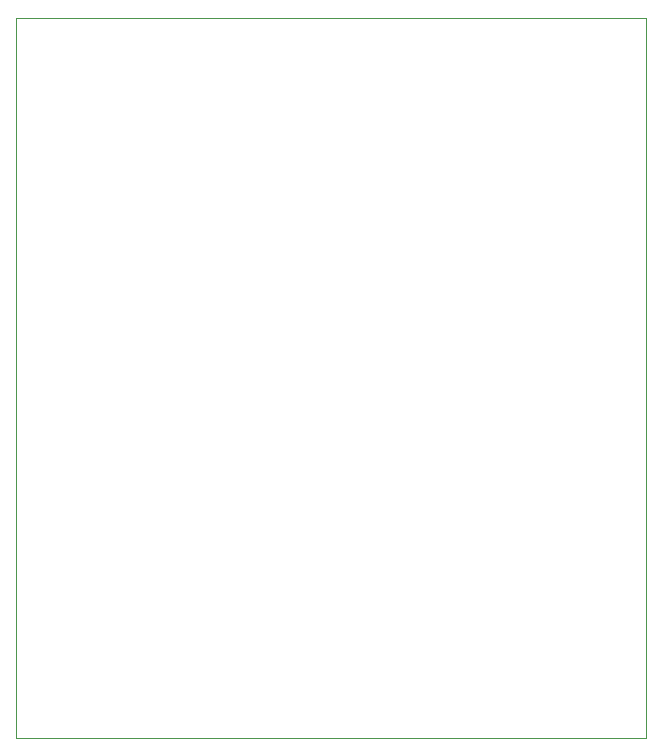
<source format=gm1>
G04 #@! TF.GenerationSoftware,KiCad,Pcbnew,(5.1.5)-3*
G04 #@! TF.CreationDate,2020-03-21T13:19:14-05:00*
G04 #@! TF.ProjectId,PMT_PCB,504d545f-5043-4422-9e6b-696361645f70,rev?*
G04 #@! TF.SameCoordinates,Original*
G04 #@! TF.FileFunction,Profile,NP*
%FSLAX46Y46*%
G04 Gerber Fmt 4.6, Leading zero omitted, Abs format (unit mm)*
G04 Created by KiCad (PCBNEW (5.1.5)-3) date 2020-03-21 13:19:14*
%MOMM*%
%LPD*%
G04 APERTURE LIST*
%ADD10C,0.050000*%
G04 APERTURE END LIST*
D10*
X114300000Y-115570000D02*
X114300000Y-54610000D01*
X167640000Y-115570000D02*
X114300000Y-115570000D01*
X167640000Y-54610000D02*
X167640000Y-115570000D01*
X114300000Y-54610000D02*
X167640000Y-54610000D01*
M02*

</source>
